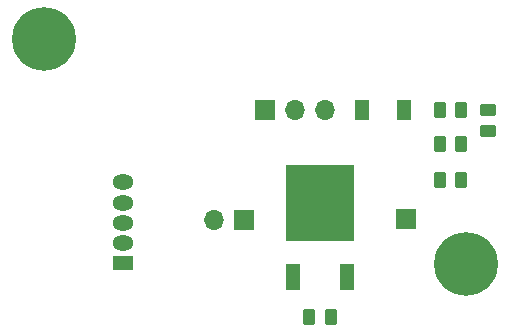
<source format=gbs>
G04 #@! TF.GenerationSoftware,KiCad,Pcbnew,(6.0.9)*
G04 #@! TF.CreationDate,2023-01-18T17:10:32+01:00*
G04 #@! TF.ProjectId,buck,6275636b-2e6b-4696-9361-645f70636258,rev?*
G04 #@! TF.SameCoordinates,Original*
G04 #@! TF.FileFunction,Soldermask,Bot*
G04 #@! TF.FilePolarity,Negative*
%FSLAX46Y46*%
G04 Gerber Fmt 4.6, Leading zero omitted, Abs format (unit mm)*
G04 Created by KiCad (PCBNEW (6.0.9)) date 2023-01-18 17:10:32*
%MOMM*%
%LPD*%
G01*
G04 APERTURE LIST*
G04 Aperture macros list*
%AMRoundRect*
0 Rectangle with rounded corners*
0 $1 Rounding radius*
0 $2 $3 $4 $5 $6 $7 $8 $9 X,Y pos of 4 corners*
0 Add a 4 corners polygon primitive as box body*
4,1,4,$2,$3,$4,$5,$6,$7,$8,$9,$2,$3,0*
0 Add four circle primitives for the rounded corners*
1,1,$1+$1,$2,$3*
1,1,$1+$1,$4,$5*
1,1,$1+$1,$6,$7*
1,1,$1+$1,$8,$9*
0 Add four rect primitives between the rounded corners*
20,1,$1+$1,$2,$3,$4,$5,0*
20,1,$1+$1,$4,$5,$6,$7,0*
20,1,$1+$1,$6,$7,$8,$9,0*
20,1,$1+$1,$8,$9,$2,$3,0*%
G04 Aperture macros list end*
%ADD10C,5.400000*%
%ADD11R,1.800000X1.275000*%
%ADD12O,1.800000X1.275000*%
%ADD13R,1.200000X2.200000*%
%ADD14R,5.800000X6.400000*%
%ADD15R,1.700000X1.700000*%
%ADD16O,1.700000X1.700000*%
%ADD17RoundRect,0.250000X0.262500X0.450000X-0.262500X0.450000X-0.262500X-0.450000X0.262500X-0.450000X0*%
%ADD18RoundRect,0.250000X-0.262500X-0.450000X0.262500X-0.450000X0.262500X0.450000X-0.262500X0.450000X0*%
%ADD19RoundRect,0.250000X-0.450000X0.262500X-0.450000X-0.262500X0.450000X-0.262500X0.450000X0.262500X0*%
%ADD20R,1.300000X1.700000*%
G04 APERTURE END LIST*
D10*
X113538000Y-85979000D03*
X149225000Y-105029000D03*
D11*
X120245000Y-104900000D03*
D12*
X120245000Y-103200000D03*
X120245000Y-101500000D03*
X120245000Y-99800000D03*
X120245000Y-98100000D03*
D13*
X139186000Y-106122000D03*
D14*
X136906000Y-99822000D03*
D13*
X134626000Y-106122000D03*
D15*
X130459000Y-101264000D03*
D16*
X127919000Y-101264000D03*
D17*
X148867500Y-94869000D03*
X147042500Y-94869000D03*
D18*
X147042500Y-91948000D03*
X148867500Y-91948000D03*
D19*
X151130000Y-91938584D03*
X151130000Y-93763584D03*
D15*
X144145000Y-101219000D03*
D18*
X147042500Y-97917000D03*
X148867500Y-97917000D03*
D17*
X137818500Y-109474000D03*
X135993500Y-109474000D03*
D15*
X132207000Y-91948000D03*
D16*
X134747000Y-91948000D03*
X137287000Y-91948000D03*
D20*
X143990000Y-91948000D03*
X140490000Y-91948000D03*
M02*

</source>
